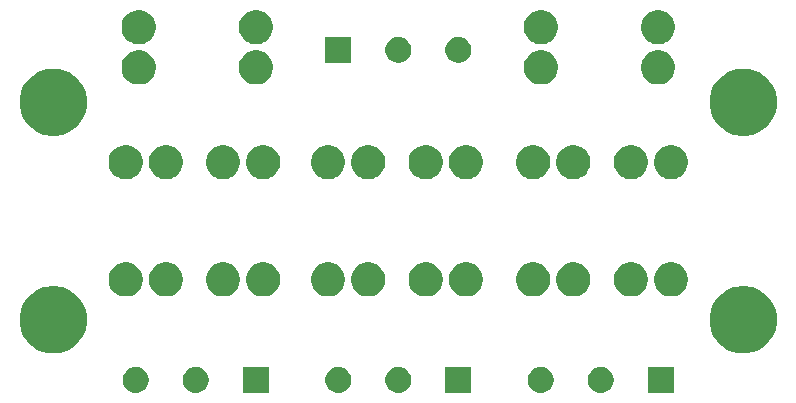
<source format=gts>
G04 #@! TF.GenerationSoftware,KiCad,Pcbnew,5.0.2+dfsg1-1*
G04 #@! TF.CreationDate,2022-05-27T08:30:11+09:00*
G04 #@! TF.ProjectId,car-fuse-box,6361722d-6675-4736-952d-626f782e6b69,rev?*
G04 #@! TF.SameCoordinates,Original*
G04 #@! TF.FileFunction,Soldermask,Top*
G04 #@! TF.FilePolarity,Negative*
%FSLAX46Y46*%
G04 Gerber Fmt 4.6, Leading zero omitted, Abs format (unit mm)*
G04 Created by KiCad (PCBNEW 5.0.2+dfsg1-1) date Fri 27 May 2022 08:30:11 AM JST*
%MOMM*%
%LPD*%
G01*
G04 APERTURE LIST*
%ADD10C,0.100000*%
G04 APERTURE END LIST*
D10*
G36*
X96734795Y-82105156D02*
X96841150Y-82126311D01*
X96911990Y-82155654D01*
X97041516Y-82209305D01*
X97221850Y-82329801D01*
X97375199Y-82483150D01*
X97495695Y-82663484D01*
X97578689Y-82863851D01*
X97621000Y-83076560D01*
X97621000Y-83293440D01*
X97578689Y-83506149D01*
X97495695Y-83706516D01*
X97375199Y-83886850D01*
X97221850Y-84040199D01*
X97041516Y-84160695D01*
X96911990Y-84214346D01*
X96841150Y-84243689D01*
X96734794Y-84264845D01*
X96628440Y-84286000D01*
X96411560Y-84286000D01*
X96305206Y-84264845D01*
X96198850Y-84243689D01*
X96128010Y-84214346D01*
X95998484Y-84160695D01*
X95818150Y-84040199D01*
X95664801Y-83886850D01*
X95544305Y-83706516D01*
X95461311Y-83506149D01*
X95419000Y-83293440D01*
X95419000Y-83076560D01*
X95461311Y-82863851D01*
X95544305Y-82663484D01*
X95664801Y-82483150D01*
X95818150Y-82329801D01*
X95998484Y-82209305D01*
X96128010Y-82155654D01*
X96198850Y-82126311D01*
X96305205Y-82105156D01*
X96411560Y-82084000D01*
X96628440Y-82084000D01*
X96734795Y-82105156D01*
X96734795Y-82105156D01*
G37*
G36*
X136104795Y-82105156D02*
X136211150Y-82126311D01*
X136281990Y-82155654D01*
X136411516Y-82209305D01*
X136591850Y-82329801D01*
X136745199Y-82483150D01*
X136865695Y-82663484D01*
X136948689Y-82863851D01*
X136991000Y-83076560D01*
X136991000Y-83293440D01*
X136948689Y-83506149D01*
X136865695Y-83706516D01*
X136745199Y-83886850D01*
X136591850Y-84040199D01*
X136411516Y-84160695D01*
X136281990Y-84214346D01*
X136211150Y-84243689D01*
X136104794Y-84264845D01*
X135998440Y-84286000D01*
X135781560Y-84286000D01*
X135675206Y-84264845D01*
X135568850Y-84243689D01*
X135498010Y-84214346D01*
X135368484Y-84160695D01*
X135188150Y-84040199D01*
X135034801Y-83886850D01*
X134914305Y-83706516D01*
X134831311Y-83506149D01*
X134789000Y-83293440D01*
X134789000Y-83076560D01*
X134831311Y-82863851D01*
X134914305Y-82663484D01*
X135034801Y-82483150D01*
X135188150Y-82329801D01*
X135368484Y-82209305D01*
X135498010Y-82155654D01*
X135568850Y-82126311D01*
X135675205Y-82105156D01*
X135781560Y-82084000D01*
X135998440Y-82084000D01*
X136104795Y-82105156D01*
X136104795Y-82105156D01*
G37*
G36*
X142071000Y-84286000D02*
X139869000Y-84286000D01*
X139869000Y-82084000D01*
X142071000Y-82084000D01*
X142071000Y-84286000D01*
X142071000Y-84286000D01*
G37*
G36*
X131024795Y-82105156D02*
X131131150Y-82126311D01*
X131201990Y-82155654D01*
X131331516Y-82209305D01*
X131511850Y-82329801D01*
X131665199Y-82483150D01*
X131785695Y-82663484D01*
X131868689Y-82863851D01*
X131911000Y-83076560D01*
X131911000Y-83293440D01*
X131868689Y-83506149D01*
X131785695Y-83706516D01*
X131665199Y-83886850D01*
X131511850Y-84040199D01*
X131331516Y-84160695D01*
X131201990Y-84214346D01*
X131131150Y-84243689D01*
X131024794Y-84264845D01*
X130918440Y-84286000D01*
X130701560Y-84286000D01*
X130595206Y-84264845D01*
X130488850Y-84243689D01*
X130418010Y-84214346D01*
X130288484Y-84160695D01*
X130108150Y-84040199D01*
X129954801Y-83886850D01*
X129834305Y-83706516D01*
X129751311Y-83506149D01*
X129709000Y-83293440D01*
X129709000Y-83076560D01*
X129751311Y-82863851D01*
X129834305Y-82663484D01*
X129954801Y-82483150D01*
X130108150Y-82329801D01*
X130288484Y-82209305D01*
X130418010Y-82155654D01*
X130488850Y-82126311D01*
X130595205Y-82105156D01*
X130701560Y-82084000D01*
X130918440Y-82084000D01*
X131024795Y-82105156D01*
X131024795Y-82105156D01*
G37*
G36*
X113879795Y-82105156D02*
X113986150Y-82126311D01*
X114056990Y-82155654D01*
X114186516Y-82209305D01*
X114366850Y-82329801D01*
X114520199Y-82483150D01*
X114640695Y-82663484D01*
X114723689Y-82863851D01*
X114766000Y-83076560D01*
X114766000Y-83293440D01*
X114723689Y-83506149D01*
X114640695Y-83706516D01*
X114520199Y-83886850D01*
X114366850Y-84040199D01*
X114186516Y-84160695D01*
X114056990Y-84214346D01*
X113986150Y-84243689D01*
X113879794Y-84264845D01*
X113773440Y-84286000D01*
X113556560Y-84286000D01*
X113450206Y-84264845D01*
X113343850Y-84243689D01*
X113273010Y-84214346D01*
X113143484Y-84160695D01*
X112963150Y-84040199D01*
X112809801Y-83886850D01*
X112689305Y-83706516D01*
X112606311Y-83506149D01*
X112564000Y-83293440D01*
X112564000Y-83076560D01*
X112606311Y-82863851D01*
X112689305Y-82663484D01*
X112809801Y-82483150D01*
X112963150Y-82329801D01*
X113143484Y-82209305D01*
X113273010Y-82155654D01*
X113343850Y-82126311D01*
X113450205Y-82105156D01*
X113556560Y-82084000D01*
X113773440Y-82084000D01*
X113879795Y-82105156D01*
X113879795Y-82105156D01*
G37*
G36*
X118959795Y-82105156D02*
X119066150Y-82126311D01*
X119136990Y-82155654D01*
X119266516Y-82209305D01*
X119446850Y-82329801D01*
X119600199Y-82483150D01*
X119720695Y-82663484D01*
X119803689Y-82863851D01*
X119846000Y-83076560D01*
X119846000Y-83293440D01*
X119803689Y-83506149D01*
X119720695Y-83706516D01*
X119600199Y-83886850D01*
X119446850Y-84040199D01*
X119266516Y-84160695D01*
X119136990Y-84214346D01*
X119066150Y-84243689D01*
X118959794Y-84264845D01*
X118853440Y-84286000D01*
X118636560Y-84286000D01*
X118530206Y-84264845D01*
X118423850Y-84243689D01*
X118353010Y-84214346D01*
X118223484Y-84160695D01*
X118043150Y-84040199D01*
X117889801Y-83886850D01*
X117769305Y-83706516D01*
X117686311Y-83506149D01*
X117644000Y-83293440D01*
X117644000Y-83076560D01*
X117686311Y-82863851D01*
X117769305Y-82663484D01*
X117889801Y-82483150D01*
X118043150Y-82329801D01*
X118223484Y-82209305D01*
X118353010Y-82155654D01*
X118423850Y-82126311D01*
X118530205Y-82105156D01*
X118636560Y-82084000D01*
X118853440Y-82084000D01*
X118959795Y-82105156D01*
X118959795Y-82105156D01*
G37*
G36*
X124926000Y-84286000D02*
X122724000Y-84286000D01*
X122724000Y-82084000D01*
X124926000Y-82084000D01*
X124926000Y-84286000D01*
X124926000Y-84286000D01*
G37*
G36*
X107781000Y-84286000D02*
X105579000Y-84286000D01*
X105579000Y-82084000D01*
X107781000Y-82084000D01*
X107781000Y-84286000D01*
X107781000Y-84286000D01*
G37*
G36*
X101814795Y-82105156D02*
X101921150Y-82126311D01*
X101991990Y-82155654D01*
X102121516Y-82209305D01*
X102301850Y-82329801D01*
X102455199Y-82483150D01*
X102575695Y-82663484D01*
X102658689Y-82863851D01*
X102701000Y-83076560D01*
X102701000Y-83293440D01*
X102658689Y-83506149D01*
X102575695Y-83706516D01*
X102455199Y-83886850D01*
X102301850Y-84040199D01*
X102121516Y-84160695D01*
X101991990Y-84214346D01*
X101921150Y-84243689D01*
X101814794Y-84264845D01*
X101708440Y-84286000D01*
X101491560Y-84286000D01*
X101385206Y-84264845D01*
X101278850Y-84243689D01*
X101208010Y-84214346D01*
X101078484Y-84160695D01*
X100898150Y-84040199D01*
X100744801Y-83886850D01*
X100624305Y-83706516D01*
X100541311Y-83506149D01*
X100499000Y-83293440D01*
X100499000Y-83076560D01*
X100541311Y-82863851D01*
X100624305Y-82663484D01*
X100744801Y-82483150D01*
X100898150Y-82329801D01*
X101078484Y-82209305D01*
X101208010Y-82155654D01*
X101278850Y-82126311D01*
X101385205Y-82105156D01*
X101491560Y-82084000D01*
X101708440Y-82084000D01*
X101814795Y-82105156D01*
X101814795Y-82105156D01*
G37*
G36*
X148511202Y-75308781D02*
X148786606Y-75363562D01*
X149305455Y-75578476D01*
X149650899Y-75809295D01*
X149772410Y-75890486D01*
X150169514Y-76287590D01*
X150169516Y-76287593D01*
X150481524Y-76754545D01*
X150696438Y-77273394D01*
X150806000Y-77824201D01*
X150806000Y-78385799D01*
X150696438Y-78936606D01*
X150481524Y-79455455D01*
X150171620Y-79919259D01*
X150169514Y-79922410D01*
X149772410Y-80319514D01*
X149772407Y-80319516D01*
X149305455Y-80631524D01*
X148786606Y-80846438D01*
X148235800Y-80956000D01*
X147674200Y-80956000D01*
X147398798Y-80901219D01*
X147123394Y-80846438D01*
X146604545Y-80631524D01*
X146137593Y-80319516D01*
X146137590Y-80319514D01*
X145740486Y-79922410D01*
X145738380Y-79919259D01*
X145428476Y-79455455D01*
X145213562Y-78936606D01*
X145104000Y-78385799D01*
X145104000Y-77824201D01*
X145213562Y-77273394D01*
X145428476Y-76754545D01*
X145740484Y-76287593D01*
X145740486Y-76287590D01*
X146137590Y-75890486D01*
X146259101Y-75809295D01*
X146604545Y-75578476D01*
X147123394Y-75363562D01*
X147398798Y-75308781D01*
X147674200Y-75254000D01*
X148235800Y-75254000D01*
X148511202Y-75308781D01*
X148511202Y-75308781D01*
G37*
G36*
X90091202Y-75308781D02*
X90366606Y-75363562D01*
X90885455Y-75578476D01*
X91230899Y-75809295D01*
X91352410Y-75890486D01*
X91749514Y-76287590D01*
X91749516Y-76287593D01*
X92061524Y-76754545D01*
X92276438Y-77273394D01*
X92386000Y-77824201D01*
X92386000Y-78385799D01*
X92276438Y-78936606D01*
X92061524Y-79455455D01*
X91751620Y-79919259D01*
X91749514Y-79922410D01*
X91352410Y-80319514D01*
X91352407Y-80319516D01*
X90885455Y-80631524D01*
X90366606Y-80846438D01*
X90091202Y-80901219D01*
X89815800Y-80956000D01*
X89254200Y-80956000D01*
X88978798Y-80901219D01*
X88703394Y-80846438D01*
X88184545Y-80631524D01*
X87717593Y-80319516D01*
X87717590Y-80319514D01*
X87320486Y-79922410D01*
X87318380Y-79919259D01*
X87008476Y-79455455D01*
X86793562Y-78936606D01*
X86684000Y-78385799D01*
X86684000Y-77824201D01*
X86793562Y-77273394D01*
X87008476Y-76754545D01*
X87320484Y-76287593D01*
X87320486Y-76287590D01*
X87717590Y-75890486D01*
X87839101Y-75809295D01*
X88184545Y-75578476D01*
X88703394Y-75363562D01*
X88978798Y-75308781D01*
X89254200Y-75254000D01*
X89815800Y-75254000D01*
X90091202Y-75308781D01*
X90091202Y-75308781D01*
G37*
G36*
X107735324Y-73304377D02*
X107997568Y-73413002D01*
X108233587Y-73570705D01*
X108434295Y-73771413D01*
X108591998Y-74007432D01*
X108700623Y-74269676D01*
X108756000Y-74548073D01*
X108756000Y-74831927D01*
X108700623Y-75110324D01*
X108591998Y-75372568D01*
X108434295Y-75608587D01*
X108233587Y-75809295D01*
X107997568Y-75966998D01*
X107735324Y-76075623D01*
X107456927Y-76131000D01*
X107173073Y-76131000D01*
X106894676Y-76075623D01*
X106632432Y-75966998D01*
X106396413Y-75809295D01*
X106195705Y-75608587D01*
X106038002Y-75372568D01*
X105929377Y-75110324D01*
X105874000Y-74831927D01*
X105874000Y-74548073D01*
X105929377Y-74269676D01*
X106038002Y-74007432D01*
X106195705Y-73771413D01*
X106396413Y-73570705D01*
X106632432Y-73413002D01*
X106894676Y-73304377D01*
X107173073Y-73249000D01*
X107456927Y-73249000D01*
X107735324Y-73304377D01*
X107735324Y-73304377D01*
G37*
G36*
X142250324Y-73304377D02*
X142512568Y-73413002D01*
X142748587Y-73570705D01*
X142949295Y-73771413D01*
X143106998Y-74007432D01*
X143215623Y-74269676D01*
X143271000Y-74548073D01*
X143271000Y-74831927D01*
X143215623Y-75110324D01*
X143106998Y-75372568D01*
X142949295Y-75608587D01*
X142748587Y-75809295D01*
X142512568Y-75966998D01*
X142250324Y-76075623D01*
X141971927Y-76131000D01*
X141688073Y-76131000D01*
X141409676Y-76075623D01*
X141147432Y-75966998D01*
X140911413Y-75809295D01*
X140710705Y-75608587D01*
X140553002Y-75372568D01*
X140444377Y-75110324D01*
X140389000Y-74831927D01*
X140389000Y-74548073D01*
X140444377Y-74269676D01*
X140553002Y-74007432D01*
X140710705Y-73771413D01*
X140911413Y-73570705D01*
X141147432Y-73413002D01*
X141409676Y-73304377D01*
X141688073Y-73249000D01*
X141971927Y-73249000D01*
X142250324Y-73304377D01*
X142250324Y-73304377D01*
G37*
G36*
X138850324Y-73304377D02*
X139112568Y-73413002D01*
X139348587Y-73570705D01*
X139549295Y-73771413D01*
X139706998Y-74007432D01*
X139815623Y-74269676D01*
X139871000Y-74548073D01*
X139871000Y-74831927D01*
X139815623Y-75110324D01*
X139706998Y-75372568D01*
X139549295Y-75608587D01*
X139348587Y-75809295D01*
X139112568Y-75966998D01*
X138850324Y-76075623D01*
X138571927Y-76131000D01*
X138288073Y-76131000D01*
X138009676Y-76075623D01*
X137747432Y-75966998D01*
X137511413Y-75809295D01*
X137310705Y-75608587D01*
X137153002Y-75372568D01*
X137044377Y-75110324D01*
X136989000Y-74831927D01*
X136989000Y-74548073D01*
X137044377Y-74269676D01*
X137153002Y-74007432D01*
X137310705Y-73771413D01*
X137511413Y-73570705D01*
X137747432Y-73413002D01*
X138009676Y-73304377D01*
X138288073Y-73249000D01*
X138571927Y-73249000D01*
X138850324Y-73304377D01*
X138850324Y-73304377D01*
G37*
G36*
X130595324Y-73304377D02*
X130857568Y-73413002D01*
X131093587Y-73570705D01*
X131294295Y-73771413D01*
X131451998Y-74007432D01*
X131560623Y-74269676D01*
X131616000Y-74548073D01*
X131616000Y-74831927D01*
X131560623Y-75110324D01*
X131451998Y-75372568D01*
X131294295Y-75608587D01*
X131093587Y-75809295D01*
X130857568Y-75966998D01*
X130595324Y-76075623D01*
X130316927Y-76131000D01*
X130033073Y-76131000D01*
X129754676Y-76075623D01*
X129492432Y-75966998D01*
X129256413Y-75809295D01*
X129055705Y-75608587D01*
X128898002Y-75372568D01*
X128789377Y-75110324D01*
X128734000Y-74831927D01*
X128734000Y-74548073D01*
X128789377Y-74269676D01*
X128898002Y-74007432D01*
X129055705Y-73771413D01*
X129256413Y-73570705D01*
X129492432Y-73413002D01*
X129754676Y-73304377D01*
X130033073Y-73249000D01*
X130316927Y-73249000D01*
X130595324Y-73304377D01*
X130595324Y-73304377D01*
G37*
G36*
X133995324Y-73304377D02*
X134257568Y-73413002D01*
X134493587Y-73570705D01*
X134694295Y-73771413D01*
X134851998Y-74007432D01*
X134960623Y-74269676D01*
X135016000Y-74548073D01*
X135016000Y-74831927D01*
X134960623Y-75110324D01*
X134851998Y-75372568D01*
X134694295Y-75608587D01*
X134493587Y-75809295D01*
X134257568Y-75966998D01*
X133995324Y-76075623D01*
X133716927Y-76131000D01*
X133433073Y-76131000D01*
X133154676Y-76075623D01*
X132892432Y-75966998D01*
X132656413Y-75809295D01*
X132455705Y-75608587D01*
X132298002Y-75372568D01*
X132189377Y-75110324D01*
X132134000Y-74831927D01*
X132134000Y-74548073D01*
X132189377Y-74269676D01*
X132298002Y-74007432D01*
X132455705Y-73771413D01*
X132656413Y-73570705D01*
X132892432Y-73413002D01*
X133154676Y-73304377D01*
X133433073Y-73249000D01*
X133716927Y-73249000D01*
X133995324Y-73304377D01*
X133995324Y-73304377D01*
G37*
G36*
X124880324Y-73304377D02*
X125142568Y-73413002D01*
X125378587Y-73570705D01*
X125579295Y-73771413D01*
X125736998Y-74007432D01*
X125845623Y-74269676D01*
X125901000Y-74548073D01*
X125901000Y-74831927D01*
X125845623Y-75110324D01*
X125736998Y-75372568D01*
X125579295Y-75608587D01*
X125378587Y-75809295D01*
X125142568Y-75966998D01*
X124880324Y-76075623D01*
X124601927Y-76131000D01*
X124318073Y-76131000D01*
X124039676Y-76075623D01*
X123777432Y-75966998D01*
X123541413Y-75809295D01*
X123340705Y-75608587D01*
X123183002Y-75372568D01*
X123074377Y-75110324D01*
X123019000Y-74831927D01*
X123019000Y-74548073D01*
X123074377Y-74269676D01*
X123183002Y-74007432D01*
X123340705Y-73771413D01*
X123541413Y-73570705D01*
X123777432Y-73413002D01*
X124039676Y-73304377D01*
X124318073Y-73249000D01*
X124601927Y-73249000D01*
X124880324Y-73304377D01*
X124880324Y-73304377D01*
G37*
G36*
X121480324Y-73304377D02*
X121742568Y-73413002D01*
X121978587Y-73570705D01*
X122179295Y-73771413D01*
X122336998Y-74007432D01*
X122445623Y-74269676D01*
X122501000Y-74548073D01*
X122501000Y-74831927D01*
X122445623Y-75110324D01*
X122336998Y-75372568D01*
X122179295Y-75608587D01*
X121978587Y-75809295D01*
X121742568Y-75966998D01*
X121480324Y-76075623D01*
X121201927Y-76131000D01*
X120918073Y-76131000D01*
X120639676Y-76075623D01*
X120377432Y-75966998D01*
X120141413Y-75809295D01*
X119940705Y-75608587D01*
X119783002Y-75372568D01*
X119674377Y-75110324D01*
X119619000Y-74831927D01*
X119619000Y-74548073D01*
X119674377Y-74269676D01*
X119783002Y-74007432D01*
X119940705Y-73771413D01*
X120141413Y-73570705D01*
X120377432Y-73413002D01*
X120639676Y-73304377D01*
X120918073Y-73249000D01*
X121201927Y-73249000D01*
X121480324Y-73304377D01*
X121480324Y-73304377D01*
G37*
G36*
X113225324Y-73304377D02*
X113487568Y-73413002D01*
X113723587Y-73570705D01*
X113924295Y-73771413D01*
X114081998Y-74007432D01*
X114190623Y-74269676D01*
X114246000Y-74548073D01*
X114246000Y-74831927D01*
X114190623Y-75110324D01*
X114081998Y-75372568D01*
X113924295Y-75608587D01*
X113723587Y-75809295D01*
X113487568Y-75966998D01*
X113225324Y-76075623D01*
X112946927Y-76131000D01*
X112663073Y-76131000D01*
X112384676Y-76075623D01*
X112122432Y-75966998D01*
X111886413Y-75809295D01*
X111685705Y-75608587D01*
X111528002Y-75372568D01*
X111419377Y-75110324D01*
X111364000Y-74831927D01*
X111364000Y-74548073D01*
X111419377Y-74269676D01*
X111528002Y-74007432D01*
X111685705Y-73771413D01*
X111886413Y-73570705D01*
X112122432Y-73413002D01*
X112384676Y-73304377D01*
X112663073Y-73249000D01*
X112946927Y-73249000D01*
X113225324Y-73304377D01*
X113225324Y-73304377D01*
G37*
G36*
X116625324Y-73304377D02*
X116887568Y-73413002D01*
X117123587Y-73570705D01*
X117324295Y-73771413D01*
X117481998Y-74007432D01*
X117590623Y-74269676D01*
X117646000Y-74548073D01*
X117646000Y-74831927D01*
X117590623Y-75110324D01*
X117481998Y-75372568D01*
X117324295Y-75608587D01*
X117123587Y-75809295D01*
X116887568Y-75966998D01*
X116625324Y-76075623D01*
X116346927Y-76131000D01*
X116063073Y-76131000D01*
X115784676Y-76075623D01*
X115522432Y-75966998D01*
X115286413Y-75809295D01*
X115085705Y-75608587D01*
X114928002Y-75372568D01*
X114819377Y-75110324D01*
X114764000Y-74831927D01*
X114764000Y-74548073D01*
X114819377Y-74269676D01*
X114928002Y-74007432D01*
X115085705Y-73771413D01*
X115286413Y-73570705D01*
X115522432Y-73413002D01*
X115784676Y-73304377D01*
X116063073Y-73249000D01*
X116346927Y-73249000D01*
X116625324Y-73304377D01*
X116625324Y-73304377D01*
G37*
G36*
X96080324Y-73304377D02*
X96342568Y-73413002D01*
X96578587Y-73570705D01*
X96779295Y-73771413D01*
X96936998Y-74007432D01*
X97045623Y-74269676D01*
X97101000Y-74548073D01*
X97101000Y-74831927D01*
X97045623Y-75110324D01*
X96936998Y-75372568D01*
X96779295Y-75608587D01*
X96578587Y-75809295D01*
X96342568Y-75966998D01*
X96080324Y-76075623D01*
X95801927Y-76131000D01*
X95518073Y-76131000D01*
X95239676Y-76075623D01*
X94977432Y-75966998D01*
X94741413Y-75809295D01*
X94540705Y-75608587D01*
X94383002Y-75372568D01*
X94274377Y-75110324D01*
X94219000Y-74831927D01*
X94219000Y-74548073D01*
X94274377Y-74269676D01*
X94383002Y-74007432D01*
X94540705Y-73771413D01*
X94741413Y-73570705D01*
X94977432Y-73413002D01*
X95239676Y-73304377D01*
X95518073Y-73249000D01*
X95801927Y-73249000D01*
X96080324Y-73304377D01*
X96080324Y-73304377D01*
G37*
G36*
X99480324Y-73304377D02*
X99742568Y-73413002D01*
X99978587Y-73570705D01*
X100179295Y-73771413D01*
X100336998Y-74007432D01*
X100445623Y-74269676D01*
X100501000Y-74548073D01*
X100501000Y-74831927D01*
X100445623Y-75110324D01*
X100336998Y-75372568D01*
X100179295Y-75608587D01*
X99978587Y-75809295D01*
X99742568Y-75966998D01*
X99480324Y-76075623D01*
X99201927Y-76131000D01*
X98918073Y-76131000D01*
X98639676Y-76075623D01*
X98377432Y-75966998D01*
X98141413Y-75809295D01*
X97940705Y-75608587D01*
X97783002Y-75372568D01*
X97674377Y-75110324D01*
X97619000Y-74831927D01*
X97619000Y-74548073D01*
X97674377Y-74269676D01*
X97783002Y-74007432D01*
X97940705Y-73771413D01*
X98141413Y-73570705D01*
X98377432Y-73413002D01*
X98639676Y-73304377D01*
X98918073Y-73249000D01*
X99201927Y-73249000D01*
X99480324Y-73304377D01*
X99480324Y-73304377D01*
G37*
G36*
X104335324Y-73304377D02*
X104597568Y-73413002D01*
X104833587Y-73570705D01*
X105034295Y-73771413D01*
X105191998Y-74007432D01*
X105300623Y-74269676D01*
X105356000Y-74548073D01*
X105356000Y-74831927D01*
X105300623Y-75110324D01*
X105191998Y-75372568D01*
X105034295Y-75608587D01*
X104833587Y-75809295D01*
X104597568Y-75966998D01*
X104335324Y-76075623D01*
X104056927Y-76131000D01*
X103773073Y-76131000D01*
X103494676Y-76075623D01*
X103232432Y-75966998D01*
X102996413Y-75809295D01*
X102795705Y-75608587D01*
X102638002Y-75372568D01*
X102529377Y-75110324D01*
X102474000Y-74831927D01*
X102474000Y-74548073D01*
X102529377Y-74269676D01*
X102638002Y-74007432D01*
X102795705Y-73771413D01*
X102996413Y-73570705D01*
X103232432Y-73413002D01*
X103494676Y-73304377D01*
X103773073Y-73249000D01*
X104056927Y-73249000D01*
X104335324Y-73304377D01*
X104335324Y-73304377D01*
G37*
G36*
X121480324Y-63384377D02*
X121742568Y-63493002D01*
X121978587Y-63650705D01*
X122179295Y-63851413D01*
X122336998Y-64087432D01*
X122445623Y-64349676D01*
X122501000Y-64628073D01*
X122501000Y-64911927D01*
X122445623Y-65190324D01*
X122336998Y-65452568D01*
X122179295Y-65688587D01*
X121978587Y-65889295D01*
X121742568Y-66046998D01*
X121480324Y-66155623D01*
X121201927Y-66211000D01*
X120918073Y-66211000D01*
X120639676Y-66155623D01*
X120377432Y-66046998D01*
X120141413Y-65889295D01*
X119940705Y-65688587D01*
X119783002Y-65452568D01*
X119674377Y-65190324D01*
X119619000Y-64911927D01*
X119619000Y-64628073D01*
X119674377Y-64349676D01*
X119783002Y-64087432D01*
X119940705Y-63851413D01*
X120141413Y-63650705D01*
X120377432Y-63493002D01*
X120639676Y-63384377D01*
X120918073Y-63329000D01*
X121201927Y-63329000D01*
X121480324Y-63384377D01*
X121480324Y-63384377D01*
G37*
G36*
X116625324Y-63384377D02*
X116887568Y-63493002D01*
X117123587Y-63650705D01*
X117324295Y-63851413D01*
X117481998Y-64087432D01*
X117590623Y-64349676D01*
X117646000Y-64628073D01*
X117646000Y-64911927D01*
X117590623Y-65190324D01*
X117481998Y-65452568D01*
X117324295Y-65688587D01*
X117123587Y-65889295D01*
X116887568Y-66046998D01*
X116625324Y-66155623D01*
X116346927Y-66211000D01*
X116063073Y-66211000D01*
X115784676Y-66155623D01*
X115522432Y-66046998D01*
X115286413Y-65889295D01*
X115085705Y-65688587D01*
X114928002Y-65452568D01*
X114819377Y-65190324D01*
X114764000Y-64911927D01*
X114764000Y-64628073D01*
X114819377Y-64349676D01*
X114928002Y-64087432D01*
X115085705Y-63851413D01*
X115286413Y-63650705D01*
X115522432Y-63493002D01*
X115784676Y-63384377D01*
X116063073Y-63329000D01*
X116346927Y-63329000D01*
X116625324Y-63384377D01*
X116625324Y-63384377D01*
G37*
G36*
X107735324Y-63384377D02*
X107997568Y-63493002D01*
X108233587Y-63650705D01*
X108434295Y-63851413D01*
X108591998Y-64087432D01*
X108700623Y-64349676D01*
X108756000Y-64628073D01*
X108756000Y-64911927D01*
X108700623Y-65190324D01*
X108591998Y-65452568D01*
X108434295Y-65688587D01*
X108233587Y-65889295D01*
X107997568Y-66046998D01*
X107735324Y-66155623D01*
X107456927Y-66211000D01*
X107173073Y-66211000D01*
X106894676Y-66155623D01*
X106632432Y-66046998D01*
X106396413Y-65889295D01*
X106195705Y-65688587D01*
X106038002Y-65452568D01*
X105929377Y-65190324D01*
X105874000Y-64911927D01*
X105874000Y-64628073D01*
X105929377Y-64349676D01*
X106038002Y-64087432D01*
X106195705Y-63851413D01*
X106396413Y-63650705D01*
X106632432Y-63493002D01*
X106894676Y-63384377D01*
X107173073Y-63329000D01*
X107456927Y-63329000D01*
X107735324Y-63384377D01*
X107735324Y-63384377D01*
G37*
G36*
X142250324Y-63384377D02*
X142512568Y-63493002D01*
X142748587Y-63650705D01*
X142949295Y-63851413D01*
X143106998Y-64087432D01*
X143215623Y-64349676D01*
X143271000Y-64628073D01*
X143271000Y-64911927D01*
X143215623Y-65190324D01*
X143106998Y-65452568D01*
X142949295Y-65688587D01*
X142748587Y-65889295D01*
X142512568Y-66046998D01*
X142250324Y-66155623D01*
X141971927Y-66211000D01*
X141688073Y-66211000D01*
X141409676Y-66155623D01*
X141147432Y-66046998D01*
X140911413Y-65889295D01*
X140710705Y-65688587D01*
X140553002Y-65452568D01*
X140444377Y-65190324D01*
X140389000Y-64911927D01*
X140389000Y-64628073D01*
X140444377Y-64349676D01*
X140553002Y-64087432D01*
X140710705Y-63851413D01*
X140911413Y-63650705D01*
X141147432Y-63493002D01*
X141409676Y-63384377D01*
X141688073Y-63329000D01*
X141971927Y-63329000D01*
X142250324Y-63384377D01*
X142250324Y-63384377D01*
G37*
G36*
X138850324Y-63384377D02*
X139112568Y-63493002D01*
X139348587Y-63650705D01*
X139549295Y-63851413D01*
X139706998Y-64087432D01*
X139815623Y-64349676D01*
X139871000Y-64628073D01*
X139871000Y-64911927D01*
X139815623Y-65190324D01*
X139706998Y-65452568D01*
X139549295Y-65688587D01*
X139348587Y-65889295D01*
X139112568Y-66046998D01*
X138850324Y-66155623D01*
X138571927Y-66211000D01*
X138288073Y-66211000D01*
X138009676Y-66155623D01*
X137747432Y-66046998D01*
X137511413Y-65889295D01*
X137310705Y-65688587D01*
X137153002Y-65452568D01*
X137044377Y-65190324D01*
X136989000Y-64911927D01*
X136989000Y-64628073D01*
X137044377Y-64349676D01*
X137153002Y-64087432D01*
X137310705Y-63851413D01*
X137511413Y-63650705D01*
X137747432Y-63493002D01*
X138009676Y-63384377D01*
X138288073Y-63329000D01*
X138571927Y-63329000D01*
X138850324Y-63384377D01*
X138850324Y-63384377D01*
G37*
G36*
X104335324Y-63384377D02*
X104597568Y-63493002D01*
X104833587Y-63650705D01*
X105034295Y-63851413D01*
X105191998Y-64087432D01*
X105300623Y-64349676D01*
X105356000Y-64628073D01*
X105356000Y-64911927D01*
X105300623Y-65190324D01*
X105191998Y-65452568D01*
X105034295Y-65688587D01*
X104833587Y-65889295D01*
X104597568Y-66046998D01*
X104335324Y-66155623D01*
X104056927Y-66211000D01*
X103773073Y-66211000D01*
X103494676Y-66155623D01*
X103232432Y-66046998D01*
X102996413Y-65889295D01*
X102795705Y-65688587D01*
X102638002Y-65452568D01*
X102529377Y-65190324D01*
X102474000Y-64911927D01*
X102474000Y-64628073D01*
X102529377Y-64349676D01*
X102638002Y-64087432D01*
X102795705Y-63851413D01*
X102996413Y-63650705D01*
X103232432Y-63493002D01*
X103494676Y-63384377D01*
X103773073Y-63329000D01*
X104056927Y-63329000D01*
X104335324Y-63384377D01*
X104335324Y-63384377D01*
G37*
G36*
X96080324Y-63384377D02*
X96342568Y-63493002D01*
X96578587Y-63650705D01*
X96779295Y-63851413D01*
X96936998Y-64087432D01*
X97045623Y-64349676D01*
X97101000Y-64628073D01*
X97101000Y-64911927D01*
X97045623Y-65190324D01*
X96936998Y-65452568D01*
X96779295Y-65688587D01*
X96578587Y-65889295D01*
X96342568Y-66046998D01*
X96080324Y-66155623D01*
X95801927Y-66211000D01*
X95518073Y-66211000D01*
X95239676Y-66155623D01*
X94977432Y-66046998D01*
X94741413Y-65889295D01*
X94540705Y-65688587D01*
X94383002Y-65452568D01*
X94274377Y-65190324D01*
X94219000Y-64911927D01*
X94219000Y-64628073D01*
X94274377Y-64349676D01*
X94383002Y-64087432D01*
X94540705Y-63851413D01*
X94741413Y-63650705D01*
X94977432Y-63493002D01*
X95239676Y-63384377D01*
X95518073Y-63329000D01*
X95801927Y-63329000D01*
X96080324Y-63384377D01*
X96080324Y-63384377D01*
G37*
G36*
X130595324Y-63384377D02*
X130857568Y-63493002D01*
X131093587Y-63650705D01*
X131294295Y-63851413D01*
X131451998Y-64087432D01*
X131560623Y-64349676D01*
X131616000Y-64628073D01*
X131616000Y-64911927D01*
X131560623Y-65190324D01*
X131451998Y-65452568D01*
X131294295Y-65688587D01*
X131093587Y-65889295D01*
X130857568Y-66046998D01*
X130595324Y-66155623D01*
X130316927Y-66211000D01*
X130033073Y-66211000D01*
X129754676Y-66155623D01*
X129492432Y-66046998D01*
X129256413Y-65889295D01*
X129055705Y-65688587D01*
X128898002Y-65452568D01*
X128789377Y-65190324D01*
X128734000Y-64911927D01*
X128734000Y-64628073D01*
X128789377Y-64349676D01*
X128898002Y-64087432D01*
X129055705Y-63851413D01*
X129256413Y-63650705D01*
X129492432Y-63493002D01*
X129754676Y-63384377D01*
X130033073Y-63329000D01*
X130316927Y-63329000D01*
X130595324Y-63384377D01*
X130595324Y-63384377D01*
G37*
G36*
X133995324Y-63384377D02*
X134257568Y-63493002D01*
X134493587Y-63650705D01*
X134694295Y-63851413D01*
X134851998Y-64087432D01*
X134960623Y-64349676D01*
X135016000Y-64628073D01*
X135016000Y-64911927D01*
X134960623Y-65190324D01*
X134851998Y-65452568D01*
X134694295Y-65688587D01*
X134493587Y-65889295D01*
X134257568Y-66046998D01*
X133995324Y-66155623D01*
X133716927Y-66211000D01*
X133433073Y-66211000D01*
X133154676Y-66155623D01*
X132892432Y-66046998D01*
X132656413Y-65889295D01*
X132455705Y-65688587D01*
X132298002Y-65452568D01*
X132189377Y-65190324D01*
X132134000Y-64911927D01*
X132134000Y-64628073D01*
X132189377Y-64349676D01*
X132298002Y-64087432D01*
X132455705Y-63851413D01*
X132656413Y-63650705D01*
X132892432Y-63493002D01*
X133154676Y-63384377D01*
X133433073Y-63329000D01*
X133716927Y-63329000D01*
X133995324Y-63384377D01*
X133995324Y-63384377D01*
G37*
G36*
X124880324Y-63384377D02*
X125142568Y-63493002D01*
X125378587Y-63650705D01*
X125579295Y-63851413D01*
X125736998Y-64087432D01*
X125845623Y-64349676D01*
X125901000Y-64628073D01*
X125901000Y-64911927D01*
X125845623Y-65190324D01*
X125736998Y-65452568D01*
X125579295Y-65688587D01*
X125378587Y-65889295D01*
X125142568Y-66046998D01*
X124880324Y-66155623D01*
X124601927Y-66211000D01*
X124318073Y-66211000D01*
X124039676Y-66155623D01*
X123777432Y-66046998D01*
X123541413Y-65889295D01*
X123340705Y-65688587D01*
X123183002Y-65452568D01*
X123074377Y-65190324D01*
X123019000Y-64911927D01*
X123019000Y-64628073D01*
X123074377Y-64349676D01*
X123183002Y-64087432D01*
X123340705Y-63851413D01*
X123541413Y-63650705D01*
X123777432Y-63493002D01*
X124039676Y-63384377D01*
X124318073Y-63329000D01*
X124601927Y-63329000D01*
X124880324Y-63384377D01*
X124880324Y-63384377D01*
G37*
G36*
X113225324Y-63384377D02*
X113487568Y-63493002D01*
X113723587Y-63650705D01*
X113924295Y-63851413D01*
X114081998Y-64087432D01*
X114190623Y-64349676D01*
X114246000Y-64628073D01*
X114246000Y-64911927D01*
X114190623Y-65190324D01*
X114081998Y-65452568D01*
X113924295Y-65688587D01*
X113723587Y-65889295D01*
X113487568Y-66046998D01*
X113225324Y-66155623D01*
X112946927Y-66211000D01*
X112663073Y-66211000D01*
X112384676Y-66155623D01*
X112122432Y-66046998D01*
X111886413Y-65889295D01*
X111685705Y-65688587D01*
X111528002Y-65452568D01*
X111419377Y-65190324D01*
X111364000Y-64911927D01*
X111364000Y-64628073D01*
X111419377Y-64349676D01*
X111528002Y-64087432D01*
X111685705Y-63851413D01*
X111886413Y-63650705D01*
X112122432Y-63493002D01*
X112384676Y-63384377D01*
X112663073Y-63329000D01*
X112946927Y-63329000D01*
X113225324Y-63384377D01*
X113225324Y-63384377D01*
G37*
G36*
X99480324Y-63384377D02*
X99742568Y-63493002D01*
X99978587Y-63650705D01*
X100179295Y-63851413D01*
X100336998Y-64087432D01*
X100445623Y-64349676D01*
X100501000Y-64628073D01*
X100501000Y-64911927D01*
X100445623Y-65190324D01*
X100336998Y-65452568D01*
X100179295Y-65688587D01*
X99978587Y-65889295D01*
X99742568Y-66046998D01*
X99480324Y-66155623D01*
X99201927Y-66211000D01*
X98918073Y-66211000D01*
X98639676Y-66155623D01*
X98377432Y-66046998D01*
X98141413Y-65889295D01*
X97940705Y-65688587D01*
X97783002Y-65452568D01*
X97674377Y-65190324D01*
X97619000Y-64911927D01*
X97619000Y-64628073D01*
X97674377Y-64349676D01*
X97783002Y-64087432D01*
X97940705Y-63851413D01*
X98141413Y-63650705D01*
X98377432Y-63493002D01*
X98639676Y-63384377D01*
X98918073Y-63329000D01*
X99201927Y-63329000D01*
X99480324Y-63384377D01*
X99480324Y-63384377D01*
G37*
G36*
X90031603Y-56881926D02*
X90366606Y-56948562D01*
X90885455Y-57163476D01*
X91273213Y-57422568D01*
X91352410Y-57475486D01*
X91749514Y-57872590D01*
X91749516Y-57872593D01*
X92061524Y-58339545D01*
X92276438Y-58858394D01*
X92386000Y-59409201D01*
X92386000Y-59970799D01*
X92276438Y-60521606D01*
X92061524Y-61040455D01*
X91751620Y-61504259D01*
X91749514Y-61507410D01*
X91352410Y-61904514D01*
X91352407Y-61904516D01*
X90885455Y-62216524D01*
X90366606Y-62431438D01*
X90091202Y-62486219D01*
X89815800Y-62541000D01*
X89254200Y-62541000D01*
X88978798Y-62486219D01*
X88703394Y-62431438D01*
X88184545Y-62216524D01*
X87717593Y-61904516D01*
X87717590Y-61904514D01*
X87320486Y-61507410D01*
X87318380Y-61504259D01*
X87008476Y-61040455D01*
X86793562Y-60521606D01*
X86684000Y-59970799D01*
X86684000Y-59409201D01*
X86793562Y-58858394D01*
X87008476Y-58339545D01*
X87320484Y-57872593D01*
X87320486Y-57872590D01*
X87717590Y-57475486D01*
X87796787Y-57422568D01*
X88184545Y-57163476D01*
X88703394Y-56948562D01*
X89038397Y-56881926D01*
X89254200Y-56839000D01*
X89815800Y-56839000D01*
X90031603Y-56881926D01*
X90031603Y-56881926D01*
G37*
G36*
X148451603Y-56881926D02*
X148786606Y-56948562D01*
X149305455Y-57163476D01*
X149693213Y-57422568D01*
X149772410Y-57475486D01*
X150169514Y-57872590D01*
X150169516Y-57872593D01*
X150481524Y-58339545D01*
X150696438Y-58858394D01*
X150806000Y-59409201D01*
X150806000Y-59970799D01*
X150696438Y-60521606D01*
X150481524Y-61040455D01*
X150171620Y-61504259D01*
X150169514Y-61507410D01*
X149772410Y-61904514D01*
X149772407Y-61904516D01*
X149305455Y-62216524D01*
X148786606Y-62431438D01*
X148511202Y-62486219D01*
X148235800Y-62541000D01*
X147674200Y-62541000D01*
X147398798Y-62486219D01*
X147123394Y-62431438D01*
X146604545Y-62216524D01*
X146137593Y-61904516D01*
X146137590Y-61904514D01*
X145740486Y-61507410D01*
X145738380Y-61504259D01*
X145428476Y-61040455D01*
X145213562Y-60521606D01*
X145104000Y-59970799D01*
X145104000Y-59409201D01*
X145213562Y-58858394D01*
X145428476Y-58339545D01*
X145740484Y-57872593D01*
X145740486Y-57872590D01*
X146137590Y-57475486D01*
X146216787Y-57422568D01*
X146604545Y-57163476D01*
X147123394Y-56948562D01*
X147458397Y-56881926D01*
X147674200Y-56839000D01*
X148235800Y-56839000D01*
X148451603Y-56881926D01*
X148451603Y-56881926D01*
G37*
G36*
X107100324Y-55354377D02*
X107362568Y-55463002D01*
X107598587Y-55620705D01*
X107799295Y-55821413D01*
X107956998Y-56057432D01*
X108065623Y-56319676D01*
X108121000Y-56598073D01*
X108121000Y-56881927D01*
X108065623Y-57160324D01*
X107956998Y-57422568D01*
X107799295Y-57658587D01*
X107598587Y-57859295D01*
X107362568Y-58016998D01*
X107100324Y-58125623D01*
X106821927Y-58181000D01*
X106538073Y-58181000D01*
X106259676Y-58125623D01*
X105997432Y-58016998D01*
X105761413Y-57859295D01*
X105560705Y-57658587D01*
X105403002Y-57422568D01*
X105294377Y-57160324D01*
X105239000Y-56881927D01*
X105239000Y-56598073D01*
X105294377Y-56319676D01*
X105403002Y-56057432D01*
X105560705Y-55821413D01*
X105761413Y-55620705D01*
X105997432Y-55463002D01*
X106259676Y-55354377D01*
X106538073Y-55299000D01*
X106821927Y-55299000D01*
X107100324Y-55354377D01*
X107100324Y-55354377D01*
G37*
G36*
X141150324Y-55354377D02*
X141412568Y-55463002D01*
X141648587Y-55620705D01*
X141849295Y-55821413D01*
X142006998Y-56057432D01*
X142115623Y-56319676D01*
X142171000Y-56598073D01*
X142171000Y-56881927D01*
X142115623Y-57160324D01*
X142006998Y-57422568D01*
X141849295Y-57658587D01*
X141648587Y-57859295D01*
X141412568Y-58016998D01*
X141150324Y-58125623D01*
X140871927Y-58181000D01*
X140588073Y-58181000D01*
X140309676Y-58125623D01*
X140047432Y-58016998D01*
X139811413Y-57859295D01*
X139610705Y-57658587D01*
X139453002Y-57422568D01*
X139344377Y-57160324D01*
X139289000Y-56881927D01*
X139289000Y-56598073D01*
X139344377Y-56319676D01*
X139453002Y-56057432D01*
X139610705Y-55821413D01*
X139811413Y-55620705D01*
X140047432Y-55463002D01*
X140309676Y-55354377D01*
X140588073Y-55299000D01*
X140871927Y-55299000D01*
X141150324Y-55354377D01*
X141150324Y-55354377D01*
G37*
G36*
X131230324Y-55354377D02*
X131492568Y-55463002D01*
X131728587Y-55620705D01*
X131929295Y-55821413D01*
X132086998Y-56057432D01*
X132195623Y-56319676D01*
X132251000Y-56598073D01*
X132251000Y-56881927D01*
X132195623Y-57160324D01*
X132086998Y-57422568D01*
X131929295Y-57658587D01*
X131728587Y-57859295D01*
X131492568Y-58016998D01*
X131230324Y-58125623D01*
X130951927Y-58181000D01*
X130668073Y-58181000D01*
X130389676Y-58125623D01*
X130127432Y-58016998D01*
X129891413Y-57859295D01*
X129690705Y-57658587D01*
X129533002Y-57422568D01*
X129424377Y-57160324D01*
X129369000Y-56881927D01*
X129369000Y-56598073D01*
X129424377Y-56319676D01*
X129533002Y-56057432D01*
X129690705Y-55821413D01*
X129891413Y-55620705D01*
X130127432Y-55463002D01*
X130389676Y-55354377D01*
X130668073Y-55299000D01*
X130951927Y-55299000D01*
X131230324Y-55354377D01*
X131230324Y-55354377D01*
G37*
G36*
X97180324Y-55354377D02*
X97442568Y-55463002D01*
X97678587Y-55620705D01*
X97879295Y-55821413D01*
X98036998Y-56057432D01*
X98145623Y-56319676D01*
X98201000Y-56598073D01*
X98201000Y-56881927D01*
X98145623Y-57160324D01*
X98036998Y-57422568D01*
X97879295Y-57658587D01*
X97678587Y-57859295D01*
X97442568Y-58016998D01*
X97180324Y-58125623D01*
X96901927Y-58181000D01*
X96618073Y-58181000D01*
X96339676Y-58125623D01*
X96077432Y-58016998D01*
X95841413Y-57859295D01*
X95640705Y-57658587D01*
X95483002Y-57422568D01*
X95374377Y-57160324D01*
X95319000Y-56881927D01*
X95319000Y-56598073D01*
X95374377Y-56319676D01*
X95483002Y-56057432D01*
X95640705Y-55821413D01*
X95841413Y-55620705D01*
X96077432Y-55463002D01*
X96339676Y-55354377D01*
X96618073Y-55299000D01*
X96901927Y-55299000D01*
X97180324Y-55354377D01*
X97180324Y-55354377D01*
G37*
G36*
X114766000Y-56346000D02*
X112564000Y-56346000D01*
X112564000Y-54144000D01*
X114766000Y-54144000D01*
X114766000Y-56346000D01*
X114766000Y-56346000D01*
G37*
G36*
X124039794Y-54165155D02*
X124146150Y-54186311D01*
X124216990Y-54215654D01*
X124346516Y-54269305D01*
X124526850Y-54389801D01*
X124680199Y-54543150D01*
X124800695Y-54723484D01*
X124883689Y-54923851D01*
X124926000Y-55136560D01*
X124926000Y-55353440D01*
X124883689Y-55566149D01*
X124800695Y-55766516D01*
X124680199Y-55946850D01*
X124526850Y-56100199D01*
X124346516Y-56220695D01*
X124216990Y-56274346D01*
X124146150Y-56303689D01*
X124065778Y-56319676D01*
X123933440Y-56346000D01*
X123716560Y-56346000D01*
X123584222Y-56319676D01*
X123503850Y-56303689D01*
X123433010Y-56274346D01*
X123303484Y-56220695D01*
X123123150Y-56100199D01*
X122969801Y-55946850D01*
X122849305Y-55766516D01*
X122766311Y-55566149D01*
X122724000Y-55353440D01*
X122724000Y-55136560D01*
X122766311Y-54923851D01*
X122849305Y-54723484D01*
X122969801Y-54543150D01*
X123123150Y-54389801D01*
X123303484Y-54269305D01*
X123433010Y-54215654D01*
X123503850Y-54186311D01*
X123610206Y-54165155D01*
X123716560Y-54144000D01*
X123933440Y-54144000D01*
X124039794Y-54165155D01*
X124039794Y-54165155D01*
G37*
G36*
X118959794Y-54165155D02*
X119066150Y-54186311D01*
X119136990Y-54215654D01*
X119266516Y-54269305D01*
X119446850Y-54389801D01*
X119600199Y-54543150D01*
X119720695Y-54723484D01*
X119803689Y-54923851D01*
X119846000Y-55136560D01*
X119846000Y-55353440D01*
X119803689Y-55566149D01*
X119720695Y-55766516D01*
X119600199Y-55946850D01*
X119446850Y-56100199D01*
X119266516Y-56220695D01*
X119136990Y-56274346D01*
X119066150Y-56303689D01*
X118985778Y-56319676D01*
X118853440Y-56346000D01*
X118636560Y-56346000D01*
X118504222Y-56319676D01*
X118423850Y-56303689D01*
X118353010Y-56274346D01*
X118223484Y-56220695D01*
X118043150Y-56100199D01*
X117889801Y-55946850D01*
X117769305Y-55766516D01*
X117686311Y-55566149D01*
X117644000Y-55353440D01*
X117644000Y-55136560D01*
X117686311Y-54923851D01*
X117769305Y-54723484D01*
X117889801Y-54543150D01*
X118043150Y-54389801D01*
X118223484Y-54269305D01*
X118353010Y-54215654D01*
X118423850Y-54186311D01*
X118530206Y-54165155D01*
X118636560Y-54144000D01*
X118853440Y-54144000D01*
X118959794Y-54165155D01*
X118959794Y-54165155D01*
G37*
G36*
X97180324Y-51954377D02*
X97442568Y-52063002D01*
X97678587Y-52220705D01*
X97879295Y-52421413D01*
X98036998Y-52657432D01*
X98145623Y-52919676D01*
X98201000Y-53198073D01*
X98201000Y-53481927D01*
X98145623Y-53760324D01*
X98036998Y-54022568D01*
X97879295Y-54258587D01*
X97678587Y-54459295D01*
X97442568Y-54616998D01*
X97180324Y-54725623D01*
X96901927Y-54781000D01*
X96618073Y-54781000D01*
X96339676Y-54725623D01*
X96077432Y-54616998D01*
X95841413Y-54459295D01*
X95640705Y-54258587D01*
X95483002Y-54022568D01*
X95374377Y-53760324D01*
X95319000Y-53481927D01*
X95319000Y-53198073D01*
X95374377Y-52919676D01*
X95483002Y-52657432D01*
X95640705Y-52421413D01*
X95841413Y-52220705D01*
X96077432Y-52063002D01*
X96339676Y-51954377D01*
X96618073Y-51899000D01*
X96901927Y-51899000D01*
X97180324Y-51954377D01*
X97180324Y-51954377D01*
G37*
G36*
X107100324Y-51954377D02*
X107362568Y-52063002D01*
X107598587Y-52220705D01*
X107799295Y-52421413D01*
X107956998Y-52657432D01*
X108065623Y-52919676D01*
X108121000Y-53198073D01*
X108121000Y-53481927D01*
X108065623Y-53760324D01*
X107956998Y-54022568D01*
X107799295Y-54258587D01*
X107598587Y-54459295D01*
X107362568Y-54616998D01*
X107100324Y-54725623D01*
X106821927Y-54781000D01*
X106538073Y-54781000D01*
X106259676Y-54725623D01*
X105997432Y-54616998D01*
X105761413Y-54459295D01*
X105560705Y-54258587D01*
X105403002Y-54022568D01*
X105294377Y-53760324D01*
X105239000Y-53481927D01*
X105239000Y-53198073D01*
X105294377Y-52919676D01*
X105403002Y-52657432D01*
X105560705Y-52421413D01*
X105761413Y-52220705D01*
X105997432Y-52063002D01*
X106259676Y-51954377D01*
X106538073Y-51899000D01*
X106821927Y-51899000D01*
X107100324Y-51954377D01*
X107100324Y-51954377D01*
G37*
G36*
X131230324Y-51954377D02*
X131492568Y-52063002D01*
X131728587Y-52220705D01*
X131929295Y-52421413D01*
X132086998Y-52657432D01*
X132195623Y-52919676D01*
X132251000Y-53198073D01*
X132251000Y-53481927D01*
X132195623Y-53760324D01*
X132086998Y-54022568D01*
X131929295Y-54258587D01*
X131728587Y-54459295D01*
X131492568Y-54616998D01*
X131230324Y-54725623D01*
X130951927Y-54781000D01*
X130668073Y-54781000D01*
X130389676Y-54725623D01*
X130127432Y-54616998D01*
X129891413Y-54459295D01*
X129690705Y-54258587D01*
X129533002Y-54022568D01*
X129424377Y-53760324D01*
X129369000Y-53481927D01*
X129369000Y-53198073D01*
X129424377Y-52919676D01*
X129533002Y-52657432D01*
X129690705Y-52421413D01*
X129891413Y-52220705D01*
X130127432Y-52063002D01*
X130389676Y-51954377D01*
X130668073Y-51899000D01*
X130951927Y-51899000D01*
X131230324Y-51954377D01*
X131230324Y-51954377D01*
G37*
G36*
X141150324Y-51954377D02*
X141412568Y-52063002D01*
X141648587Y-52220705D01*
X141849295Y-52421413D01*
X142006998Y-52657432D01*
X142115623Y-52919676D01*
X142171000Y-53198073D01*
X142171000Y-53481927D01*
X142115623Y-53760324D01*
X142006998Y-54022568D01*
X141849295Y-54258587D01*
X141648587Y-54459295D01*
X141412568Y-54616998D01*
X141150324Y-54725623D01*
X140871927Y-54781000D01*
X140588073Y-54781000D01*
X140309676Y-54725623D01*
X140047432Y-54616998D01*
X139811413Y-54459295D01*
X139610705Y-54258587D01*
X139453002Y-54022568D01*
X139344377Y-53760324D01*
X139289000Y-53481927D01*
X139289000Y-53198073D01*
X139344377Y-52919676D01*
X139453002Y-52657432D01*
X139610705Y-52421413D01*
X139811413Y-52220705D01*
X140047432Y-52063002D01*
X140309676Y-51954377D01*
X140588073Y-51899000D01*
X140871927Y-51899000D01*
X141150324Y-51954377D01*
X141150324Y-51954377D01*
G37*
M02*

</source>
